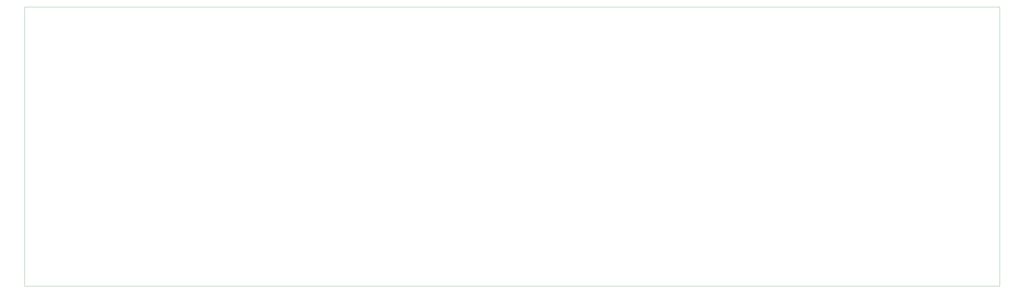
<source format=gbr>
%TF.GenerationSoftware,KiCad,Pcbnew,(5.1.6)-1*%
%TF.CreationDate,2020-06-24T11:27:28-04:00*%
%TF.ProjectId,southpaw6.35,736f7574-6870-4617-9736-2e33352e6b69,rev?*%
%TF.SameCoordinates,Original*%
%TF.FileFunction,Profile,NP*%
%FSLAX46Y46*%
G04 Gerber Fmt 4.6, Leading zero omitted, Abs format (unit mm)*
G04 Created by KiCad (PCBNEW (5.1.6)-1) date 2020-06-24 11:27:28*
%MOMM*%
%LPD*%
G01*
G04 APERTURE LIST*
%TA.AperFunction,Profile*%
%ADD10C,0.050000*%
%TD*%
G04 APERTURE END LIST*
D10*
X31750000Y-185737500D02*
X374650000Y-185737500D01*
X374650000Y-185737500D02*
X374650000Y-87312500D01*
X374650000Y-87312500D02*
X31750000Y-87312500D01*
X31750000Y-87312500D02*
X31750000Y-185737500D01*
M02*

</source>
